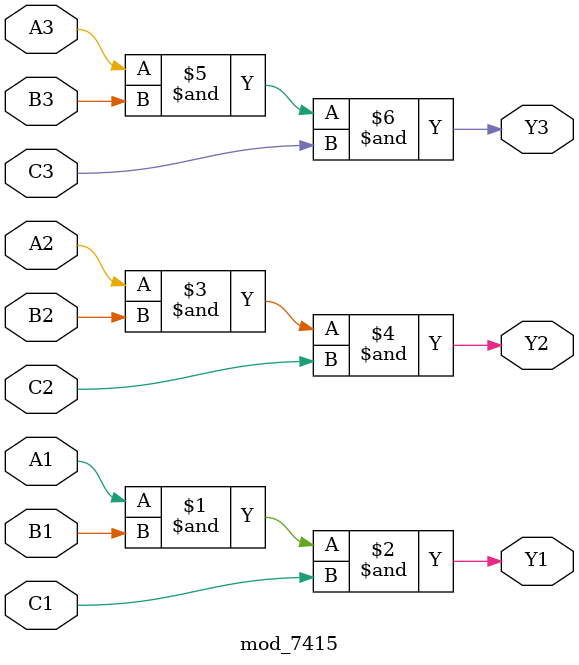
<source format=v>
module mod_7415 (
	input A1, input B1, input C1, output Y1, 
	input A2, input B2, input C2, output Y2, 
	input A3, input B3, input C3, output Y3 
);
	assign Y1 = A1 & B1 & C1;
	assign Y2 = A2 & B2 & C2;
	assign Y3 = A3 & B3 & C3;
endmodule

</source>
